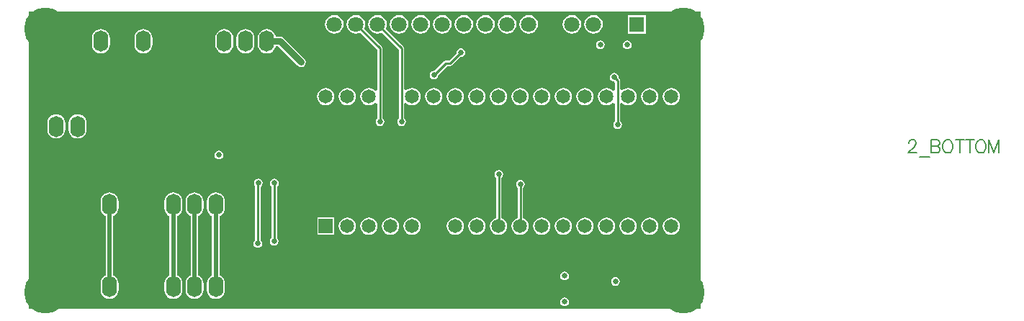
<source format=gbl>
G04 Layer_Physical_Order=2*
G04 Layer_Color=16711680*
%FSLAX43Y43*%
%MOMM*%
G71*
G01*
G75*
%ADD22C,0.508*%
%ADD23C,0.254*%
%ADD27C,0.762*%
%ADD28C,0.178*%
%ADD29C,1.800*%
%ADD30R,1.800X1.800*%
%ADD31C,5.000*%
%ADD32O,1.750X2.500*%
%ADD33R,1.651X1.651*%
%ADD34C,1.651*%
%ADD35C,0.660*%
G36*
X149562Y42598D02*
X70598D01*
Y77562D01*
X149562D01*
Y42598D01*
D02*
G37*
%LPC*%
G36*
X136000Y53352D02*
X135738Y53317D01*
X135494Y53216D01*
X135284Y53056D01*
X135124Y52846D01*
X135023Y52602D01*
X134988Y52340D01*
X135023Y52078D01*
X135124Y51834D01*
X135284Y51624D01*
X135494Y51464D01*
X135738Y51363D01*
X136000Y51328D01*
X136262Y51363D01*
X136506Y51464D01*
X136716Y51624D01*
X136876Y51834D01*
X136977Y52078D01*
X137012Y52340D01*
X136977Y52602D01*
X136876Y52846D01*
X136716Y53056D01*
X136506Y53216D01*
X136262Y53317D01*
X136000Y53352D01*
D02*
G37*
G36*
X138540D02*
X138278Y53317D01*
X138034Y53216D01*
X137824Y53056D01*
X137664Y52846D01*
X137563Y52602D01*
X137528Y52340D01*
X137563Y52078D01*
X137664Y51834D01*
X137824Y51624D01*
X138034Y51464D01*
X138278Y51363D01*
X138540Y51328D01*
X138802Y51363D01*
X139046Y51464D01*
X139256Y51624D01*
X139416Y51834D01*
X139517Y52078D01*
X139552Y52340D01*
X139517Y52602D01*
X139416Y52846D01*
X139256Y53056D01*
X139046Y53216D01*
X138802Y53317D01*
X138540Y53352D01*
D02*
G37*
G36*
X141080D02*
X140818Y53317D01*
X140574Y53216D01*
X140364Y53056D01*
X140204Y52846D01*
X140103Y52602D01*
X140068Y52340D01*
X140103Y52078D01*
X140204Y51834D01*
X140364Y51624D01*
X140574Y51464D01*
X140818Y51363D01*
X141080Y51328D01*
X141342Y51363D01*
X141586Y51464D01*
X141796Y51624D01*
X141956Y51834D01*
X142057Y52078D01*
X142092Y52340D01*
X142057Y52602D01*
X141956Y52846D01*
X141796Y53056D01*
X141586Y53216D01*
X141342Y53317D01*
X141080Y53352D01*
D02*
G37*
G36*
X133460D02*
X133198Y53317D01*
X132954Y53216D01*
X132744Y53056D01*
X132584Y52846D01*
X132483Y52602D01*
X132448Y52340D01*
X132483Y52078D01*
X132584Y51834D01*
X132744Y51624D01*
X132954Y51464D01*
X133198Y51363D01*
X133460Y51328D01*
X133722Y51363D01*
X133966Y51464D01*
X134176Y51624D01*
X134336Y51834D01*
X134437Y52078D01*
X134472Y52340D01*
X134437Y52602D01*
X134336Y52846D01*
X134176Y53056D01*
X133966Y53216D01*
X133722Y53317D01*
X133460Y53352D01*
D02*
G37*
G36*
X125857Y58938D02*
X125659Y58899D01*
X125491Y58786D01*
X125378Y58618D01*
X125339Y58420D01*
X125378Y58222D01*
X125491Y58054D01*
X125546Y58017D01*
Y53304D01*
X125334Y53216D01*
X125124Y53056D01*
X124964Y52846D01*
X124863Y52602D01*
X124828Y52340D01*
X124863Y52078D01*
X124964Y51834D01*
X125124Y51624D01*
X125334Y51464D01*
X125578Y51363D01*
X125840Y51328D01*
X126102Y51363D01*
X126346Y51464D01*
X126556Y51624D01*
X126716Y51834D01*
X126817Y52078D01*
X126852Y52340D01*
X126817Y52602D01*
X126716Y52846D01*
X126556Y53056D01*
X126346Y53216D01*
X126168Y53290D01*
Y58017D01*
X126223Y58054D01*
X126336Y58222D01*
X126375Y58420D01*
X126336Y58618D01*
X126223Y58786D01*
X126055Y58899D01*
X125857Y58938D01*
D02*
G37*
G36*
X128397Y57795D02*
X128199Y57756D01*
X128031Y57643D01*
X127918Y57475D01*
X127879Y57277D01*
X127918Y57079D01*
X128031Y56911D01*
X128086Y56874D01*
Y53304D01*
X127874Y53216D01*
X127664Y53056D01*
X127504Y52846D01*
X127403Y52602D01*
X127368Y52340D01*
X127403Y52078D01*
X127504Y51834D01*
X127664Y51624D01*
X127874Y51464D01*
X128118Y51363D01*
X128380Y51328D01*
X128642Y51363D01*
X128886Y51464D01*
X129096Y51624D01*
X129256Y51834D01*
X129357Y52078D01*
X129392Y52340D01*
X129357Y52602D01*
X129256Y52846D01*
X129096Y53056D01*
X128886Y53216D01*
X128708Y53290D01*
Y56874D01*
X128763Y56911D01*
X128876Y57079D01*
X128915Y57277D01*
X128876Y57475D01*
X128763Y57643D01*
X128595Y57756D01*
X128397Y57795D01*
D02*
G37*
G36*
X130920Y53352D02*
X130658Y53317D01*
X130414Y53216D01*
X130204Y53056D01*
X130044Y52846D01*
X129943Y52602D01*
X129908Y52340D01*
X129943Y52078D01*
X130044Y51834D01*
X130204Y51624D01*
X130414Y51464D01*
X130658Y51363D01*
X130920Y51328D01*
X131182Y51363D01*
X131426Y51464D01*
X131636Y51624D01*
X131796Y51834D01*
X131897Y52078D01*
X131932Y52340D01*
X131897Y52602D01*
X131796Y52846D01*
X131636Y53056D01*
X131426Y53216D01*
X131182Y53317D01*
X130920Y53352D01*
D02*
G37*
G36*
X143620D02*
X143358Y53317D01*
X143114Y53216D01*
X142904Y53056D01*
X142744Y52846D01*
X142643Y52602D01*
X142608Y52340D01*
X142643Y52078D01*
X142744Y51834D01*
X142904Y51624D01*
X143114Y51464D01*
X143358Y51363D01*
X143620Y51328D01*
X143882Y51363D01*
X144126Y51464D01*
X144336Y51624D01*
X144496Y51834D01*
X144597Y52078D01*
X144632Y52340D01*
X144597Y52602D01*
X144496Y52846D01*
X144336Y53056D01*
X144126Y53216D01*
X143882Y53317D01*
X143620Y53352D01*
D02*
G37*
G36*
X76330Y65517D02*
X76055Y65481D01*
X75799Y65375D01*
X75579Y65206D01*
X75410Y64986D01*
X75304Y64730D01*
X75268Y64455D01*
Y63705D01*
X75304Y63430D01*
X75410Y63174D01*
X75579Y62954D01*
X75799Y62785D01*
X76055Y62679D01*
X76330Y62643D01*
X76605Y62679D01*
X76861Y62785D01*
X77081Y62954D01*
X77250Y63174D01*
X77356Y63430D01*
X77392Y63705D01*
Y64455D01*
X77356Y64730D01*
X77250Y64986D01*
X77081Y65206D01*
X76861Y65375D01*
X76605Y65481D01*
X76330Y65517D01*
D02*
G37*
G36*
X105520Y68592D02*
X105258Y68557D01*
X105014Y68456D01*
X104804Y68296D01*
X104644Y68086D01*
X104543Y67842D01*
X104508Y67580D01*
X104543Y67318D01*
X104644Y67074D01*
X104804Y66864D01*
X105014Y66704D01*
X105258Y66603D01*
X105520Y66568D01*
X105782Y66603D01*
X106026Y66704D01*
X106236Y66864D01*
X106396Y67074D01*
X106497Y67318D01*
X106532Y67580D01*
X106497Y67842D01*
X106396Y68086D01*
X106236Y68296D01*
X106026Y68456D01*
X105782Y68557D01*
X105520Y68592D01*
D02*
G37*
G36*
X108060D02*
X107798Y68557D01*
X107554Y68456D01*
X107344Y68296D01*
X107184Y68086D01*
X107083Y67842D01*
X107048Y67580D01*
X107083Y67318D01*
X107184Y67074D01*
X107344Y66864D01*
X107554Y66704D01*
X107798Y66603D01*
X108060Y66568D01*
X108322Y66603D01*
X108566Y66704D01*
X108776Y66864D01*
X108936Y67074D01*
X109037Y67318D01*
X109072Y67580D01*
X109037Y67842D01*
X108936Y68086D01*
X108776Y68296D01*
X108566Y68456D01*
X108322Y68557D01*
X108060Y68592D01*
D02*
G37*
G36*
X73830Y65517D02*
X73555Y65481D01*
X73299Y65375D01*
X73079Y65206D01*
X72910Y64986D01*
X72804Y64730D01*
X72768Y64455D01*
Y63705D01*
X72804Y63430D01*
X72910Y63174D01*
X73079Y62954D01*
X73299Y62785D01*
X73555Y62679D01*
X73830Y62643D01*
X74105Y62679D01*
X74361Y62785D01*
X74581Y62954D01*
X74750Y63174D01*
X74856Y63430D01*
X74892Y63705D01*
Y64455D01*
X74856Y64730D01*
X74750Y64986D01*
X74581Y65206D01*
X74361Y65375D01*
X74105Y65481D01*
X73830Y65517D01*
D02*
G37*
G36*
X146160Y53352D02*
X145898Y53317D01*
X145654Y53216D01*
X145444Y53056D01*
X145284Y52846D01*
X145183Y52602D01*
X145148Y52340D01*
X145183Y52078D01*
X145284Y51834D01*
X145444Y51624D01*
X145654Y51464D01*
X145898Y51363D01*
X146160Y51328D01*
X146422Y51363D01*
X146666Y51464D01*
X146876Y51624D01*
X147036Y51834D01*
X147137Y52078D01*
X147172Y52340D01*
X147137Y52602D01*
X147036Y52846D01*
X146876Y53056D01*
X146666Y53216D01*
X146422Y53317D01*
X146160Y53352D01*
D02*
G37*
G36*
X106523Y53343D02*
X104517D01*
Y51337D01*
X106523D01*
Y53343D01*
D02*
G37*
G36*
X92964Y61224D02*
X92766Y61185D01*
X92598Y61072D01*
X92485Y60904D01*
X92446Y60706D01*
X92485Y60508D01*
X92598Y60340D01*
X92766Y60227D01*
X92964Y60188D01*
X93162Y60227D01*
X93330Y60340D01*
X93443Y60508D01*
X93482Y60706D01*
X93443Y60904D01*
X93330Y61072D01*
X93162Y61185D01*
X92964Y61224D01*
D02*
G37*
G36*
X92590Y56301D02*
X92315Y56265D01*
X92059Y56159D01*
X91839Y55990D01*
X91670Y55770D01*
X91564Y55514D01*
X91528Y55239D01*
Y54489D01*
X91564Y54214D01*
X91670Y53958D01*
X91839Y53738D01*
X92059Y53569D01*
X92140Y53536D01*
Y46540D01*
X92059Y46507D01*
X91839Y46338D01*
X91670Y46118D01*
X91564Y45862D01*
X91528Y45587D01*
Y44837D01*
X91564Y44562D01*
X91670Y44306D01*
X91839Y44086D01*
X92059Y43917D01*
X92315Y43811D01*
X92590Y43775D01*
X92865Y43811D01*
X93121Y43917D01*
X93341Y44086D01*
X93510Y44306D01*
X93616Y44562D01*
X93652Y44837D01*
Y45587D01*
X93616Y45862D01*
X93510Y46118D01*
X93341Y46338D01*
X93121Y46507D01*
X93020Y46548D01*
Y53528D01*
X93121Y53569D01*
X93341Y53738D01*
X93510Y53958D01*
X93616Y54214D01*
X93652Y54489D01*
Y55239D01*
X93616Y55514D01*
X93510Y55770D01*
X93341Y55990D01*
X93121Y56159D01*
X92865Y56265D01*
X92590Y56301D01*
D02*
G37*
G36*
X139573Y46365D02*
X139375Y46326D01*
X139207Y46213D01*
X139094Y46045D01*
X139055Y45847D01*
X139094Y45649D01*
X139207Y45481D01*
X139375Y45368D01*
X139573Y45329D01*
X139771Y45368D01*
X139939Y45481D01*
X140052Y45649D01*
X140091Y45847D01*
X140052Y46045D01*
X139939Y46213D01*
X139771Y46326D01*
X139573Y46365D01*
D02*
G37*
G36*
X133604Y47000D02*
X133406Y46961D01*
X133238Y46848D01*
X133125Y46680D01*
X133086Y46482D01*
X133125Y46284D01*
X133238Y46116D01*
X133406Y46003D01*
X133604Y45964D01*
X133802Y46003D01*
X133970Y46116D01*
X134083Y46284D01*
X134122Y46482D01*
X134083Y46680D01*
X133970Y46848D01*
X133802Y46961D01*
X133604Y47000D01*
D02*
G37*
G36*
X90090Y56301D02*
X89815Y56265D01*
X89559Y56159D01*
X89339Y55990D01*
X89170Y55770D01*
X89064Y55514D01*
X89028Y55239D01*
Y54489D01*
X89064Y54214D01*
X89170Y53958D01*
X89339Y53738D01*
X89559Y53569D01*
X89640Y53536D01*
Y46540D01*
X89559Y46507D01*
X89339Y46338D01*
X89170Y46118D01*
X89064Y45862D01*
X89028Y45587D01*
Y44837D01*
X89064Y44562D01*
X89170Y44306D01*
X89339Y44086D01*
X89559Y43917D01*
X89815Y43811D01*
X90090Y43775D01*
X90365Y43811D01*
X90621Y43917D01*
X90841Y44086D01*
X91010Y44306D01*
X91116Y44562D01*
X91152Y44837D01*
Y45587D01*
X91116Y45862D01*
X91010Y46118D01*
X90841Y46338D01*
X90621Y46507D01*
X90520Y46548D01*
Y53528D01*
X90621Y53569D01*
X90841Y53738D01*
X91010Y53958D01*
X91116Y54214D01*
X91152Y54489D01*
Y55239D01*
X91116Y55514D01*
X91010Y55770D01*
X90841Y55990D01*
X90621Y56159D01*
X90365Y56265D01*
X90090Y56301D01*
D02*
G37*
G36*
X133604Y43952D02*
X133406Y43913D01*
X133238Y43800D01*
X133125Y43632D01*
X133086Y43434D01*
X133125Y43236D01*
X133238Y43068D01*
X133406Y42955D01*
X133604Y42916D01*
X133802Y42955D01*
X133970Y43068D01*
X134083Y43236D01*
X134122Y43434D01*
X134083Y43632D01*
X133970Y43800D01*
X133802Y43913D01*
X133604Y43952D01*
D02*
G37*
G36*
X80090Y56301D02*
X79815Y56265D01*
X79559Y56159D01*
X79339Y55990D01*
X79170Y55770D01*
X79064Y55514D01*
X79028Y55239D01*
Y54489D01*
X79064Y54214D01*
X79170Y53958D01*
X79339Y53738D01*
X79559Y53569D01*
X79650Y53532D01*
Y46544D01*
X79559Y46507D01*
X79339Y46338D01*
X79170Y46118D01*
X79064Y45862D01*
X79028Y45587D01*
Y44837D01*
X79064Y44562D01*
X79170Y44306D01*
X79339Y44086D01*
X79559Y43917D01*
X79815Y43811D01*
X80090Y43775D01*
X80365Y43811D01*
X80621Y43917D01*
X80841Y44086D01*
X81010Y44306D01*
X81116Y44562D01*
X81152Y44837D01*
Y45587D01*
X81116Y45862D01*
X81010Y46118D01*
X80841Y46338D01*
X80621Y46507D01*
X80530Y46544D01*
Y53532D01*
X80621Y53569D01*
X80841Y53738D01*
X81010Y53958D01*
X81116Y54214D01*
X81152Y54489D01*
Y55239D01*
X81116Y55514D01*
X81010Y55770D01*
X80841Y55990D01*
X80621Y56159D01*
X80365Y56265D01*
X80090Y56301D01*
D02*
G37*
G36*
X87590D02*
X87315Y56265D01*
X87059Y56159D01*
X86839Y55990D01*
X86670Y55770D01*
X86564Y55514D01*
X86528Y55239D01*
Y54489D01*
X86564Y54214D01*
X86670Y53958D01*
X86839Y53738D01*
X87059Y53569D01*
X87140Y53536D01*
Y46540D01*
X87059Y46507D01*
X86839Y46338D01*
X86670Y46118D01*
X86564Y45862D01*
X86528Y45587D01*
Y44837D01*
X86564Y44562D01*
X86670Y44306D01*
X86839Y44086D01*
X87059Y43917D01*
X87315Y43811D01*
X87590Y43775D01*
X87865Y43811D01*
X88121Y43917D01*
X88341Y44086D01*
X88510Y44306D01*
X88616Y44562D01*
X88652Y44837D01*
Y45587D01*
X88616Y45862D01*
X88510Y46118D01*
X88341Y46338D01*
X88121Y46507D01*
X88020Y46548D01*
Y53528D01*
X88121Y53569D01*
X88341Y53738D01*
X88510Y53958D01*
X88616Y54214D01*
X88652Y54489D01*
Y55239D01*
X88616Y55514D01*
X88510Y55770D01*
X88341Y55990D01*
X88121Y56159D01*
X87865Y56265D01*
X87590Y56301D01*
D02*
G37*
G36*
X97584Y57922D02*
X97386Y57883D01*
X97218Y57770D01*
X97105Y57602D01*
X97066Y57404D01*
X97105Y57206D01*
X97218Y57038D01*
X97225Y57033D01*
Y50695D01*
X97170Y50658D01*
X97057Y50490D01*
X97018Y50292D01*
X97057Y50094D01*
X97170Y49926D01*
X97338Y49813D01*
X97536Y49774D01*
X97734Y49813D01*
X97902Y49926D01*
X98015Y50094D01*
X98054Y50292D01*
X98015Y50490D01*
X97902Y50658D01*
X97847Y50695D01*
Y56969D01*
X97950Y57038D01*
X98063Y57206D01*
X98102Y57404D01*
X98063Y57602D01*
X97950Y57770D01*
X97782Y57883D01*
X97584Y57922D01*
D02*
G37*
G36*
X115680Y53352D02*
X115418Y53317D01*
X115174Y53216D01*
X114964Y53056D01*
X114804Y52846D01*
X114703Y52602D01*
X114668Y52340D01*
X114703Y52078D01*
X114804Y51834D01*
X114964Y51624D01*
X115174Y51464D01*
X115418Y51363D01*
X115680Y51328D01*
X115942Y51363D01*
X116186Y51464D01*
X116396Y51624D01*
X116556Y51834D01*
X116657Y52078D01*
X116692Y52340D01*
X116657Y52602D01*
X116556Y52846D01*
X116396Y53056D01*
X116186Y53216D01*
X115942Y53317D01*
X115680Y53352D01*
D02*
G37*
G36*
X120760D02*
X120498Y53317D01*
X120254Y53216D01*
X120044Y53056D01*
X119884Y52846D01*
X119783Y52602D01*
X119748Y52340D01*
X119783Y52078D01*
X119884Y51834D01*
X120044Y51624D01*
X120254Y51464D01*
X120498Y51363D01*
X120760Y51328D01*
X121022Y51363D01*
X121266Y51464D01*
X121476Y51624D01*
X121636Y51834D01*
X121737Y52078D01*
X121772Y52340D01*
X121737Y52602D01*
X121636Y52846D01*
X121476Y53056D01*
X121266Y53216D01*
X121022Y53317D01*
X120760Y53352D01*
D02*
G37*
G36*
X123300D02*
X123038Y53317D01*
X122794Y53216D01*
X122584Y53056D01*
X122424Y52846D01*
X122323Y52602D01*
X122288Y52340D01*
X122323Y52078D01*
X122424Y51834D01*
X122584Y51624D01*
X122794Y51464D01*
X123038Y51363D01*
X123300Y51328D01*
X123562Y51363D01*
X123806Y51464D01*
X124016Y51624D01*
X124176Y51834D01*
X124277Y52078D01*
X124312Y52340D01*
X124277Y52602D01*
X124176Y52846D01*
X124016Y53056D01*
X123806Y53216D01*
X123562Y53317D01*
X123300Y53352D01*
D02*
G37*
G36*
X113140D02*
X112878Y53317D01*
X112634Y53216D01*
X112424Y53056D01*
X112264Y52846D01*
X112163Y52602D01*
X112128Y52340D01*
X112163Y52078D01*
X112264Y51834D01*
X112424Y51624D01*
X112634Y51464D01*
X112878Y51363D01*
X113140Y51328D01*
X113402Y51363D01*
X113646Y51464D01*
X113856Y51624D01*
X114016Y51834D01*
X114117Y52078D01*
X114152Y52340D01*
X114117Y52602D01*
X114016Y52846D01*
X113856Y53056D01*
X113646Y53216D01*
X113402Y53317D01*
X113140Y53352D01*
D02*
G37*
G36*
X99480Y57922D02*
X99282Y57883D01*
X99114Y57770D01*
X99001Y57602D01*
X98962Y57404D01*
X99001Y57206D01*
X99114Y57038D01*
X99169Y57001D01*
Y50975D01*
X99075Y50912D01*
X98962Y50744D01*
X98923Y50546D01*
X98962Y50348D01*
X99075Y50180D01*
X99243Y50067D01*
X99441Y50028D01*
X99639Y50067D01*
X99807Y50180D01*
X99920Y50348D01*
X99959Y50546D01*
X99920Y50744D01*
X99807Y50912D01*
X99791Y50923D01*
Y57001D01*
X99846Y57038D01*
X99959Y57206D01*
X99998Y57404D01*
X99959Y57602D01*
X99846Y57770D01*
X99678Y57883D01*
X99480Y57922D01*
D02*
G37*
G36*
X108060Y53352D02*
X107798Y53317D01*
X107554Y53216D01*
X107344Y53056D01*
X107184Y52846D01*
X107083Y52602D01*
X107048Y52340D01*
X107083Y52078D01*
X107184Y51834D01*
X107344Y51624D01*
X107554Y51464D01*
X107798Y51363D01*
X108060Y51328D01*
X108322Y51363D01*
X108566Y51464D01*
X108776Y51624D01*
X108936Y51834D01*
X109037Y52078D01*
X109072Y52340D01*
X109037Y52602D01*
X108936Y52846D01*
X108776Y53056D01*
X108566Y53216D01*
X108322Y53317D01*
X108060Y53352D01*
D02*
G37*
G36*
X110600D02*
X110338Y53317D01*
X110094Y53216D01*
X109884Y53056D01*
X109724Y52846D01*
X109623Y52602D01*
X109588Y52340D01*
X109623Y52078D01*
X109724Y51834D01*
X109884Y51624D01*
X110094Y51464D01*
X110338Y51363D01*
X110600Y51328D01*
X110862Y51363D01*
X111106Y51464D01*
X111316Y51624D01*
X111476Y51834D01*
X111577Y52078D01*
X111612Y52340D01*
X111577Y52602D01*
X111476Y52846D01*
X111316Y53056D01*
X111106Y53216D01*
X110862Y53317D01*
X110600Y53352D01*
D02*
G37*
G36*
X111600Y77167D02*
X111319Y77130D01*
X111056Y77021D01*
X110831Y76849D01*
X110659Y76624D01*
X110550Y76361D01*
X110513Y76080D01*
X110550Y75799D01*
X110659Y75536D01*
X110831Y75311D01*
X111056Y75139D01*
X111319Y75030D01*
X111600Y74993D01*
X111881Y75030D01*
X112114Y75126D01*
X114116Y73124D01*
Y65046D01*
X114061Y65009D01*
X113948Y64841D01*
X113909Y64643D01*
X113948Y64445D01*
X114061Y64277D01*
X114229Y64164D01*
X114427Y64125D01*
X114625Y64164D01*
X114793Y64277D01*
X114906Y64445D01*
X114945Y64643D01*
X114906Y64841D01*
X114793Y65009D01*
X114738Y65046D01*
Y66743D01*
X114880Y66819D01*
X114992Y66843D01*
X115174Y66704D01*
X115418Y66603D01*
X115680Y66568D01*
X115942Y66603D01*
X116186Y66704D01*
X116396Y66864D01*
X116556Y67074D01*
X116657Y67318D01*
X116692Y67580D01*
X116657Y67842D01*
X116556Y68086D01*
X116396Y68296D01*
X116186Y68456D01*
X115942Y68557D01*
X115680Y68592D01*
X115418Y68557D01*
X115174Y68456D01*
X114992Y68317D01*
X114880Y68341D01*
X114738Y68417D01*
Y73253D01*
X114714Y73372D01*
X114647Y73473D01*
X112554Y75566D01*
X112650Y75799D01*
X112687Y76080D01*
X112650Y76361D01*
X112541Y76624D01*
X112369Y76849D01*
X112144Y77021D01*
X111881Y77130D01*
X111600Y77167D01*
D02*
G37*
G36*
X106520D02*
X106239Y77130D01*
X105976Y77021D01*
X105751Y76849D01*
X105579Y76624D01*
X105470Y76361D01*
X105433Y76080D01*
X105470Y75799D01*
X105579Y75536D01*
X105751Y75311D01*
X105976Y75139D01*
X106239Y75030D01*
X106520Y74993D01*
X106801Y75030D01*
X107064Y75139D01*
X107289Y75311D01*
X107461Y75536D01*
X107570Y75799D01*
X107607Y76080D01*
X107570Y76361D01*
X107461Y76624D01*
X107289Y76849D01*
X107064Y77021D01*
X106801Y77130D01*
X106520Y77167D01*
D02*
G37*
G36*
X114140D02*
X113859Y77130D01*
X113596Y77021D01*
X113371Y76849D01*
X113199Y76624D01*
X113090Y76361D01*
X113053Y76080D01*
X113090Y75799D01*
X113199Y75536D01*
X113371Y75311D01*
X113596Y75139D01*
X113859Y75030D01*
X114140Y74993D01*
X114421Y75030D01*
X114684Y75139D01*
X114909Y75311D01*
X115081Y75536D01*
X115190Y75799D01*
X115227Y76080D01*
X115190Y76361D01*
X115081Y76624D01*
X114909Y76849D01*
X114684Y77021D01*
X114421Y77130D01*
X114140Y77167D01*
D02*
G37*
G36*
X116680D02*
X116399Y77130D01*
X116136Y77021D01*
X115911Y76849D01*
X115739Y76624D01*
X115630Y76361D01*
X115593Y76080D01*
X115630Y75799D01*
X115739Y75536D01*
X115911Y75311D01*
X116136Y75139D01*
X116399Y75030D01*
X116680Y74993D01*
X116961Y75030D01*
X117224Y75139D01*
X117449Y75311D01*
X117621Y75536D01*
X117730Y75799D01*
X117767Y76080D01*
X117730Y76361D01*
X117621Y76624D01*
X117449Y76849D01*
X117224Y77021D01*
X116961Y77130D01*
X116680Y77167D01*
D02*
G37*
G36*
X140970Y74178D02*
X140772Y74139D01*
X140604Y74026D01*
X140491Y73858D01*
X140452Y73660D01*
X140491Y73462D01*
X140604Y73294D01*
X140772Y73181D01*
X140970Y73142D01*
X141168Y73181D01*
X141336Y73294D01*
X141449Y73462D01*
X141488Y73660D01*
X141449Y73858D01*
X141336Y74026D01*
X141168Y74139D01*
X140970Y74178D01*
D02*
G37*
G36*
X93580Y75517D02*
X93305Y75481D01*
X93049Y75375D01*
X92829Y75206D01*
X92660Y74986D01*
X92554Y74730D01*
X92518Y74455D01*
Y73705D01*
X92554Y73430D01*
X92660Y73174D01*
X92829Y72954D01*
X93049Y72785D01*
X93305Y72679D01*
X93580Y72643D01*
X93855Y72679D01*
X94111Y72785D01*
X94331Y72954D01*
X94500Y73174D01*
X94606Y73430D01*
X94642Y73705D01*
Y74455D01*
X94606Y74730D01*
X94500Y74986D01*
X94331Y75206D01*
X94111Y75375D01*
X93855Y75481D01*
X93580Y75517D01*
D02*
G37*
G36*
X96080D02*
X95805Y75481D01*
X95549Y75375D01*
X95329Y75206D01*
X95160Y74986D01*
X95054Y74730D01*
X95018Y74455D01*
Y73705D01*
X95054Y73430D01*
X95160Y73174D01*
X95329Y72954D01*
X95549Y72785D01*
X95805Y72679D01*
X96080Y72643D01*
X96355Y72679D01*
X96611Y72785D01*
X96831Y72954D01*
X97000Y73174D01*
X97106Y73430D01*
X97142Y73705D01*
Y74455D01*
X97106Y74730D01*
X97000Y74986D01*
X96831Y75206D01*
X96611Y75375D01*
X96355Y75481D01*
X96080Y75517D01*
D02*
G37*
G36*
X137795Y74178D02*
X137597Y74139D01*
X137429Y74026D01*
X137316Y73858D01*
X137277Y73660D01*
X137316Y73462D01*
X137429Y73294D01*
X137597Y73181D01*
X137795Y73142D01*
X137993Y73181D01*
X138161Y73294D01*
X138274Y73462D01*
X138313Y73660D01*
X138274Y73858D01*
X138161Y74026D01*
X137993Y74139D01*
X137795Y74178D01*
D02*
G37*
G36*
X119220Y77167D02*
X118939Y77130D01*
X118676Y77021D01*
X118451Y76849D01*
X118279Y76624D01*
X118170Y76361D01*
X118133Y76080D01*
X118170Y75799D01*
X118279Y75536D01*
X118451Y75311D01*
X118676Y75139D01*
X118939Y75030D01*
X119220Y74993D01*
X119501Y75030D01*
X119764Y75139D01*
X119989Y75311D01*
X120161Y75536D01*
X120270Y75799D01*
X120307Y76080D01*
X120270Y76361D01*
X120161Y76624D01*
X119989Y76849D01*
X119764Y77021D01*
X119501Y77130D01*
X119220Y77167D01*
D02*
G37*
G36*
X134460D02*
X134179Y77130D01*
X133916Y77021D01*
X133691Y76849D01*
X133519Y76624D01*
X133410Y76361D01*
X133373Y76080D01*
X133410Y75799D01*
X133519Y75536D01*
X133691Y75311D01*
X133916Y75139D01*
X134179Y75030D01*
X134460Y74993D01*
X134741Y75030D01*
X135004Y75139D01*
X135229Y75311D01*
X135401Y75536D01*
X135510Y75799D01*
X135547Y76080D01*
X135510Y76361D01*
X135401Y76624D01*
X135229Y76849D01*
X135004Y77021D01*
X134741Y77130D01*
X134460Y77167D01*
D02*
G37*
G36*
X137000D02*
X136719Y77130D01*
X136456Y77021D01*
X136231Y76849D01*
X136059Y76624D01*
X135950Y76361D01*
X135913Y76080D01*
X135950Y75799D01*
X136059Y75536D01*
X136231Y75311D01*
X136456Y75139D01*
X136719Y75030D01*
X137000Y74993D01*
X137281Y75030D01*
X137544Y75139D01*
X137769Y75311D01*
X137941Y75536D01*
X138050Y75799D01*
X138087Y76080D01*
X138050Y76361D01*
X137941Y76624D01*
X137769Y76849D01*
X137544Y77021D01*
X137281Y77130D01*
X137000Y77167D01*
D02*
G37*
G36*
X143158Y77158D02*
X141002D01*
Y75002D01*
X143158D01*
Y77158D01*
D02*
G37*
G36*
X129380Y77167D02*
X129099Y77130D01*
X128836Y77021D01*
X128611Y76849D01*
X128439Y76624D01*
X128330Y76361D01*
X128293Y76080D01*
X128330Y75799D01*
X128439Y75536D01*
X128611Y75311D01*
X128836Y75139D01*
X129099Y75030D01*
X129380Y74993D01*
X129661Y75030D01*
X129924Y75139D01*
X130149Y75311D01*
X130321Y75536D01*
X130430Y75799D01*
X130467Y76080D01*
X130430Y76361D01*
X130321Y76624D01*
X130149Y76849D01*
X129924Y77021D01*
X129661Y77130D01*
X129380Y77167D01*
D02*
G37*
G36*
X121760D02*
X121479Y77130D01*
X121216Y77021D01*
X120991Y76849D01*
X120819Y76624D01*
X120710Y76361D01*
X120673Y76080D01*
X120710Y75799D01*
X120819Y75536D01*
X120991Y75311D01*
X121216Y75139D01*
X121479Y75030D01*
X121760Y74993D01*
X122041Y75030D01*
X122304Y75139D01*
X122529Y75311D01*
X122701Y75536D01*
X122810Y75799D01*
X122847Y76080D01*
X122810Y76361D01*
X122701Y76624D01*
X122529Y76849D01*
X122304Y77021D01*
X122041Y77130D01*
X121760Y77167D01*
D02*
G37*
G36*
X124300D02*
X124019Y77130D01*
X123756Y77021D01*
X123531Y76849D01*
X123359Y76624D01*
X123250Y76361D01*
X123213Y76080D01*
X123250Y75799D01*
X123359Y75536D01*
X123531Y75311D01*
X123756Y75139D01*
X124019Y75030D01*
X124300Y74993D01*
X124581Y75030D01*
X124844Y75139D01*
X125069Y75311D01*
X125241Y75536D01*
X125350Y75799D01*
X125387Y76080D01*
X125350Y76361D01*
X125241Y76624D01*
X125069Y76849D01*
X124844Y77021D01*
X124581Y77130D01*
X124300Y77167D01*
D02*
G37*
G36*
X126840D02*
X126559Y77130D01*
X126296Y77021D01*
X126071Y76849D01*
X125899Y76624D01*
X125790Y76361D01*
X125753Y76080D01*
X125790Y75799D01*
X125899Y75536D01*
X126071Y75311D01*
X126296Y75139D01*
X126559Y75030D01*
X126840Y74993D01*
X127121Y75030D01*
X127384Y75139D01*
X127609Y75311D01*
X127781Y75536D01*
X127890Y75799D01*
X127927Y76080D01*
X127890Y76361D01*
X127781Y76624D01*
X127609Y76849D01*
X127384Y77021D01*
X127121Y77130D01*
X126840Y77167D01*
D02*
G37*
G36*
X84080Y75517D02*
X83805Y75481D01*
X83549Y75375D01*
X83329Y75206D01*
X83160Y74986D01*
X83054Y74730D01*
X83018Y74455D01*
Y73705D01*
X83054Y73430D01*
X83160Y73174D01*
X83329Y72954D01*
X83549Y72785D01*
X83805Y72679D01*
X84080Y72643D01*
X84355Y72679D01*
X84611Y72785D01*
X84831Y72954D01*
X85000Y73174D01*
X85106Y73430D01*
X85142Y73705D01*
Y74455D01*
X85106Y74730D01*
X85000Y74986D01*
X84831Y75206D01*
X84611Y75375D01*
X84355Y75481D01*
X84080Y75517D01*
D02*
G37*
G36*
X128380Y68592D02*
X128118Y68557D01*
X127874Y68456D01*
X127664Y68296D01*
X127504Y68086D01*
X127403Y67842D01*
X127368Y67580D01*
X127403Y67318D01*
X127504Y67074D01*
X127664Y66864D01*
X127874Y66704D01*
X128118Y66603D01*
X128380Y66568D01*
X128642Y66603D01*
X128886Y66704D01*
X129096Y66864D01*
X129256Y67074D01*
X129357Y67318D01*
X129392Y67580D01*
X129357Y67842D01*
X129256Y68086D01*
X129096Y68296D01*
X128886Y68456D01*
X128642Y68557D01*
X128380Y68592D01*
D02*
G37*
G36*
X130920D02*
X130658Y68557D01*
X130414Y68456D01*
X130204Y68296D01*
X130044Y68086D01*
X129943Y67842D01*
X129908Y67580D01*
X129943Y67318D01*
X130044Y67074D01*
X130204Y66864D01*
X130414Y66704D01*
X130658Y66603D01*
X130920Y66568D01*
X131182Y66603D01*
X131426Y66704D01*
X131636Y66864D01*
X131796Y67074D01*
X131897Y67318D01*
X131932Y67580D01*
X131897Y67842D01*
X131796Y68086D01*
X131636Y68296D01*
X131426Y68456D01*
X131182Y68557D01*
X130920Y68592D01*
D02*
G37*
G36*
X133460D02*
X133198Y68557D01*
X132954Y68456D01*
X132744Y68296D01*
X132584Y68086D01*
X132483Y67842D01*
X132448Y67580D01*
X132483Y67318D01*
X132584Y67074D01*
X132744Y66864D01*
X132954Y66704D01*
X133198Y66603D01*
X133460Y66568D01*
X133722Y66603D01*
X133966Y66704D01*
X134176Y66864D01*
X134336Y67074D01*
X134437Y67318D01*
X134472Y67580D01*
X134437Y67842D01*
X134336Y68086D01*
X134176Y68296D01*
X133966Y68456D01*
X133722Y68557D01*
X133460Y68592D01*
D02*
G37*
G36*
X125840D02*
X125578Y68557D01*
X125334Y68456D01*
X125124Y68296D01*
X124964Y68086D01*
X124863Y67842D01*
X124828Y67580D01*
X124863Y67318D01*
X124964Y67074D01*
X125124Y66864D01*
X125334Y66704D01*
X125578Y66603D01*
X125840Y66568D01*
X126102Y66603D01*
X126346Y66704D01*
X126556Y66864D01*
X126716Y67074D01*
X126817Y67318D01*
X126852Y67580D01*
X126817Y67842D01*
X126716Y68086D01*
X126556Y68296D01*
X126346Y68456D01*
X126102Y68557D01*
X125840Y68592D01*
D02*
G37*
G36*
X118220D02*
X117958Y68557D01*
X117714Y68456D01*
X117504Y68296D01*
X117344Y68086D01*
X117243Y67842D01*
X117208Y67580D01*
X117243Y67318D01*
X117344Y67074D01*
X117504Y66864D01*
X117714Y66704D01*
X117958Y66603D01*
X118220Y66568D01*
X118482Y66603D01*
X118726Y66704D01*
X118936Y66864D01*
X119096Y67074D01*
X119197Y67318D01*
X119232Y67580D01*
X119197Y67842D01*
X119096Y68086D01*
X118936Y68296D01*
X118726Y68456D01*
X118482Y68557D01*
X118220Y68592D01*
D02*
G37*
G36*
X120760D02*
X120498Y68557D01*
X120254Y68456D01*
X120044Y68296D01*
X119884Y68086D01*
X119783Y67842D01*
X119748Y67580D01*
X119783Y67318D01*
X119884Y67074D01*
X120044Y66864D01*
X120254Y66704D01*
X120498Y66603D01*
X120760Y66568D01*
X121022Y66603D01*
X121266Y66704D01*
X121476Y66864D01*
X121636Y67074D01*
X121737Y67318D01*
X121772Y67580D01*
X121737Y67842D01*
X121636Y68086D01*
X121476Y68296D01*
X121266Y68456D01*
X121022Y68557D01*
X120760Y68592D01*
D02*
G37*
G36*
X123300D02*
X123038Y68557D01*
X122794Y68456D01*
X122584Y68296D01*
X122424Y68086D01*
X122323Y67842D01*
X122288Y67580D01*
X122323Y67318D01*
X122424Y67074D01*
X122584Y66864D01*
X122794Y66704D01*
X123038Y66603D01*
X123300Y66568D01*
X123562Y66603D01*
X123806Y66704D01*
X124016Y66864D01*
X124176Y67074D01*
X124277Y67318D01*
X124312Y67580D01*
X124277Y67842D01*
X124176Y68086D01*
X124016Y68296D01*
X123806Y68456D01*
X123562Y68557D01*
X123300Y68592D01*
D02*
G37*
G36*
X136000D02*
X135738Y68557D01*
X135494Y68456D01*
X135284Y68296D01*
X135124Y68086D01*
X135023Y67842D01*
X134988Y67580D01*
X135023Y67318D01*
X135124Y67074D01*
X135284Y66864D01*
X135494Y66704D01*
X135738Y66603D01*
X136000Y66568D01*
X136262Y66603D01*
X136506Y66704D01*
X136716Y66864D01*
X136876Y67074D01*
X136977Y67318D01*
X137012Y67580D01*
X136977Y67842D01*
X136876Y68086D01*
X136716Y68296D01*
X136506Y68456D01*
X136262Y68557D01*
X136000Y68592D01*
D02*
G37*
G36*
X98580Y75517D02*
X98305Y75481D01*
X98049Y75375D01*
X97829Y75206D01*
X97660Y74986D01*
X97554Y74730D01*
X97518Y74455D01*
Y73705D01*
X97554Y73430D01*
X97660Y73174D01*
X97829Y72954D01*
X98049Y72785D01*
X98305Y72679D01*
X98580Y72643D01*
X98855Y72679D01*
X99111Y72785D01*
X99331Y72954D01*
X99500Y73174D01*
X99606Y73430D01*
X99616Y73510D01*
X99928D01*
X102213Y71225D01*
X102398Y71102D01*
X102616Y71058D01*
X102834Y71102D01*
X103019Y71225D01*
X103142Y71410D01*
X103186Y71628D01*
X103142Y71846D01*
X103019Y72031D01*
X100567Y74483D01*
X100382Y74606D01*
X100164Y74650D01*
X99616D01*
X99606Y74730D01*
X99500Y74986D01*
X99331Y75206D01*
X99111Y75375D01*
X98855Y75481D01*
X98580Y75517D01*
D02*
G37*
G36*
X121412Y73289D02*
X121214Y73250D01*
X121046Y73137D01*
X120933Y72969D01*
X120894Y72771D01*
X120907Y72706D01*
X120013Y71812D01*
X119634D01*
X119515Y71788D01*
X119414Y71721D01*
X118302Y70609D01*
X118237Y70622D01*
X118039Y70583D01*
X117871Y70470D01*
X117758Y70302D01*
X117719Y70104D01*
X117758Y69906D01*
X117871Y69738D01*
X118039Y69625D01*
X118237Y69586D01*
X118435Y69625D01*
X118603Y69738D01*
X118716Y69906D01*
X118755Y70104D01*
X118742Y70169D01*
X119763Y71190D01*
X120142D01*
X120261Y71214D01*
X120362Y71281D01*
X121347Y72266D01*
X121412Y72253D01*
X121610Y72292D01*
X121778Y72405D01*
X121891Y72573D01*
X121930Y72771D01*
X121891Y72969D01*
X121778Y73137D01*
X121610Y73250D01*
X121412Y73289D01*
D02*
G37*
G36*
X79080Y75517D02*
X78805Y75481D01*
X78549Y75375D01*
X78329Y75206D01*
X78160Y74986D01*
X78054Y74730D01*
X78018Y74455D01*
Y73705D01*
X78054Y73430D01*
X78160Y73174D01*
X78329Y72954D01*
X78549Y72785D01*
X78805Y72679D01*
X79080Y72643D01*
X79355Y72679D01*
X79611Y72785D01*
X79831Y72954D01*
X80000Y73174D01*
X80106Y73430D01*
X80142Y73705D01*
Y74455D01*
X80106Y74730D01*
X80000Y74986D01*
X79831Y75206D01*
X79611Y75375D01*
X79355Y75481D01*
X79080Y75517D01*
D02*
G37*
G36*
X139446Y70368D02*
X139248Y70329D01*
X139080Y70216D01*
X138967Y70048D01*
X138928Y69850D01*
X138967Y69652D01*
X139080Y69484D01*
X139248Y69371D01*
X139446Y69332D01*
X139516Y69087D01*
Y68373D01*
X139262Y68287D01*
X139256Y68296D01*
X139046Y68456D01*
X138802Y68557D01*
X138540Y68592D01*
X138278Y68557D01*
X138034Y68456D01*
X137824Y68296D01*
X137664Y68086D01*
X137563Y67842D01*
X137528Y67580D01*
X137563Y67318D01*
X137664Y67074D01*
X137824Y66864D01*
X138034Y66704D01*
X138278Y66603D01*
X138540Y66568D01*
X138802Y66603D01*
X139046Y66704D01*
X139256Y66864D01*
X139262Y66873D01*
X139516Y66787D01*
Y64665D01*
X139461Y64628D01*
X139348Y64460D01*
X139309Y64262D01*
X139348Y64064D01*
X139461Y63896D01*
X139629Y63783D01*
X139827Y63744D01*
X140025Y63783D01*
X140193Y63896D01*
X140306Y64064D01*
X140345Y64262D01*
X140306Y64460D01*
X140193Y64628D01*
X140138Y64665D01*
Y66743D01*
X140280Y66819D01*
X140392Y66843D01*
X140574Y66704D01*
X140818Y66603D01*
X141080Y66568D01*
X141342Y66603D01*
X141586Y66704D01*
X141796Y66864D01*
X141956Y67074D01*
X142057Y67318D01*
X142092Y67580D01*
X142057Y67842D01*
X141956Y68086D01*
X141796Y68296D01*
X141586Y68456D01*
X141342Y68557D01*
X141080Y68592D01*
X140818Y68557D01*
X140574Y68456D01*
X140392Y68317D01*
X140280Y68341D01*
X140138Y68417D01*
Y69469D01*
X140114Y69588D01*
X140047Y69689D01*
X139951Y69785D01*
X139964Y69850D01*
X139925Y70048D01*
X139812Y70216D01*
X139644Y70329D01*
X139446Y70368D01*
D02*
G37*
G36*
X143620Y68592D02*
X143358Y68557D01*
X143114Y68456D01*
X142904Y68296D01*
X142744Y68086D01*
X142643Y67842D01*
X142608Y67580D01*
X142643Y67318D01*
X142744Y67074D01*
X142904Y66864D01*
X143114Y66704D01*
X143358Y66603D01*
X143620Y66568D01*
X143882Y66603D01*
X144126Y66704D01*
X144336Y66864D01*
X144496Y67074D01*
X144597Y67318D01*
X144632Y67580D01*
X144597Y67842D01*
X144496Y68086D01*
X144336Y68296D01*
X144126Y68456D01*
X143882Y68557D01*
X143620Y68592D01*
D02*
G37*
G36*
X146160D02*
X145898Y68557D01*
X145654Y68456D01*
X145444Y68296D01*
X145284Y68086D01*
X145183Y67842D01*
X145148Y67580D01*
X145183Y67318D01*
X145284Y67074D01*
X145444Y66864D01*
X145654Y66704D01*
X145898Y66603D01*
X146160Y66568D01*
X146422Y66603D01*
X146666Y66704D01*
X146876Y66864D01*
X147036Y67074D01*
X147137Y67318D01*
X147172Y67580D01*
X147137Y67842D01*
X147036Y68086D01*
X146876Y68296D01*
X146666Y68456D01*
X146422Y68557D01*
X146160Y68592D01*
D02*
G37*
G36*
X109060Y77167D02*
X108779Y77130D01*
X108516Y77021D01*
X108291Y76849D01*
X108119Y76624D01*
X108010Y76361D01*
X107973Y76080D01*
X108010Y75799D01*
X108119Y75536D01*
X108291Y75311D01*
X108516Y75139D01*
X108779Y75030D01*
X109060Y74993D01*
X109341Y75030D01*
X109574Y75126D01*
X111576Y73124D01*
Y68373D01*
X111322Y68287D01*
X111316Y68296D01*
X111106Y68456D01*
X110862Y68557D01*
X110600Y68592D01*
X110338Y68557D01*
X110094Y68456D01*
X109884Y68296D01*
X109724Y68086D01*
X109623Y67842D01*
X109588Y67580D01*
X109623Y67318D01*
X109724Y67074D01*
X109884Y66864D01*
X110094Y66704D01*
X110338Y66603D01*
X110600Y66568D01*
X110862Y66603D01*
X111106Y66704D01*
X111316Y66864D01*
X111322Y66873D01*
X111576Y66787D01*
Y65046D01*
X111521Y65009D01*
X111408Y64841D01*
X111369Y64643D01*
X111408Y64445D01*
X111521Y64277D01*
X111689Y64164D01*
X111887Y64125D01*
X112085Y64164D01*
X112253Y64277D01*
X112366Y64445D01*
X112405Y64643D01*
X112366Y64841D01*
X112253Y65009D01*
X112198Y65046D01*
Y73253D01*
X112174Y73372D01*
X112107Y73473D01*
X110014Y75566D01*
X110110Y75799D01*
X110147Y76080D01*
X110110Y76361D01*
X110001Y76624D01*
X109829Y76849D01*
X109604Y77021D01*
X109341Y77130D01*
X109060Y77167D01*
D02*
G37*
%LPD*%
D22*
X92580Y45212D02*
Y54864D01*
X87580Y45212D02*
Y54864D01*
X90080Y45212D02*
Y54864D01*
X82580Y46080D02*
Y55080D01*
X80090Y45212D02*
Y54864D01*
D23*
X128397Y52357D02*
Y57277D01*
X125857Y52357D02*
Y58420D01*
X139827Y64262D02*
Y69469D01*
X139446Y69850D02*
X139827Y69469D01*
X120142Y71501D02*
X121412Y72771D01*
X119634Y71501D02*
X120142D01*
X118237Y70104D02*
X119634Y71501D01*
X114427Y64643D02*
Y73253D01*
X111887Y64643D02*
Y73253D01*
X99480Y50585D02*
Y57404D01*
X99441Y50546D02*
X99480Y50585D01*
X97536Y57356D02*
X97584Y57404D01*
X97536Y50292D02*
Y57356D01*
X128380Y52340D02*
X128397Y52357D01*
X125840Y52340D02*
X125857Y52357D01*
X109060Y76080D02*
X111887Y73253D01*
X111600Y76080D02*
X114427Y73253D01*
D27*
X98580Y74080D02*
X100164D01*
X102616Y71628D01*
D28*
X174063Y62121D02*
Y62193D01*
X174135Y62339D01*
X174208Y62411D01*
X174353Y62484D01*
X174643D01*
X174788Y62411D01*
X174861Y62339D01*
X174933Y62193D01*
Y62048D01*
X174861Y61903D01*
X174716Y61686D01*
X173990Y60960D01*
X175006D01*
X175347Y60452D02*
X176508D01*
X176704Y62484D02*
Y60960D01*
Y62484D02*
X177357D01*
X177574Y62411D01*
X177647Y62339D01*
X177719Y62193D01*
Y62048D01*
X177647Y61903D01*
X177574Y61831D01*
X177357Y61758D01*
X176704D02*
X177357D01*
X177574Y61686D01*
X177647Y61613D01*
X177719Y61468D01*
Y61250D01*
X177647Y61105D01*
X177574Y61033D01*
X177357Y60960D01*
X176704D01*
X178496Y62484D02*
X178351Y62411D01*
X178206Y62266D01*
X178133Y62121D01*
X178060Y61903D01*
Y61540D01*
X178133Y61323D01*
X178206Y61178D01*
X178351Y61033D01*
X178496Y60960D01*
X178786D01*
X178931Y61033D01*
X179076Y61178D01*
X179149Y61323D01*
X179221Y61540D01*
Y61903D01*
X179149Y62121D01*
X179076Y62266D01*
X178931Y62411D01*
X178786Y62484D01*
X178496D01*
X180085D02*
Y60960D01*
X179577Y62484D02*
X180593D01*
X181282D02*
Y60960D01*
X180774Y62484D02*
X181790D01*
X182406D02*
X182261Y62411D01*
X182116Y62266D01*
X182044Y62121D01*
X181971Y61903D01*
Y61540D01*
X182044Y61323D01*
X182116Y61178D01*
X182261Y61033D01*
X182406Y60960D01*
X182697D01*
X182842Y61033D01*
X182987Y61178D01*
X183059Y61323D01*
X183132Y61540D01*
Y61903D01*
X183059Y62121D01*
X182987Y62266D01*
X182842Y62411D01*
X182697Y62484D01*
X182406D01*
X183488D02*
Y60960D01*
Y62484D02*
X184068Y60960D01*
X184648Y62484D02*
X184068Y60960D01*
X184648Y62484D02*
Y60960D01*
D29*
X103980Y76080D02*
D03*
X106520D02*
D03*
X109060D02*
D03*
X111600D02*
D03*
X114140D02*
D03*
X116680D02*
D03*
X119220D02*
D03*
X121760D02*
D03*
X124300D02*
D03*
X126840D02*
D03*
X129380D02*
D03*
X131920D02*
D03*
X134460D02*
D03*
X137000D02*
D03*
X139540D02*
D03*
D30*
X142080D02*
D03*
D31*
X147580Y75580D02*
D03*
Y44580D02*
D03*
X72580D02*
D03*
Y75580D02*
D03*
D32*
X91080Y74080D02*
D03*
X96080D02*
D03*
X98580D02*
D03*
X93580D02*
D03*
X76330Y64080D02*
D03*
X73830D02*
D03*
X81580Y74080D02*
D03*
X84080D02*
D03*
X79080D02*
D03*
X80090Y45212D02*
D03*
X82590D02*
D03*
X85090D02*
D03*
X90090D02*
D03*
X92590D02*
D03*
X87590D02*
D03*
X80090Y54864D02*
D03*
X82590D02*
D03*
X85090D02*
D03*
X90090D02*
D03*
X92590D02*
D03*
X87590D02*
D03*
D33*
X105520Y52340D02*
D03*
D34*
X108060D02*
D03*
X110600D02*
D03*
X113140D02*
D03*
X115680D02*
D03*
X118220D02*
D03*
X120760D02*
D03*
X123300D02*
D03*
X125840D02*
D03*
X128380D02*
D03*
X130920D02*
D03*
X133460D02*
D03*
X136000D02*
D03*
X138540D02*
D03*
X141080D02*
D03*
X143620D02*
D03*
X146160D02*
D03*
Y67580D02*
D03*
X143620D02*
D03*
X141080D02*
D03*
X138540D02*
D03*
X136000D02*
D03*
X133460D02*
D03*
X130920D02*
D03*
X128380D02*
D03*
X125840D02*
D03*
X123300D02*
D03*
X120760D02*
D03*
X118220D02*
D03*
X115680D02*
D03*
X113140D02*
D03*
X110600D02*
D03*
X108060D02*
D03*
X105520D02*
D03*
D35*
X133604Y46482D02*
D03*
Y43434D02*
D03*
X140970Y73660D02*
D03*
X139540D02*
D03*
X137795D02*
D03*
X78080Y67080D02*
D03*
X145580Y62580D02*
D03*
X135580D02*
D03*
X130580D02*
D03*
X125580D02*
D03*
X120580D02*
D03*
X135580Y57580D02*
D03*
X130580D02*
D03*
X115580D02*
D03*
X110580D02*
D03*
Y62580D02*
D03*
X105580D02*
D03*
Y57580D02*
D03*
X141080Y55080D02*
D03*
X123317Y46228D02*
D03*
X103505Y50292D02*
D03*
X123317Y50038D02*
D03*
X119456Y69240D02*
D03*
X124080Y73080D02*
D03*
X110580D02*
D03*
X95580Y43580D02*
D03*
X71882Y50673D02*
D03*
X78080Y43580D02*
D03*
X71580Y70080D02*
D03*
Y65080D02*
D03*
X71628Y59436D02*
D03*
X148580Y49080D02*
D03*
Y55080D02*
D03*
Y65080D02*
D03*
Y60080D02*
D03*
X139573Y45847D02*
D03*
X139827Y64262D02*
D03*
X139446Y69850D02*
D03*
X118237Y70104D02*
D03*
X121412Y72771D02*
D03*
X114427Y64643D02*
D03*
X111887D02*
D03*
X98425Y66167D02*
D03*
X99441Y50546D02*
D03*
X128397Y57277D02*
D03*
X125857Y58420D02*
D03*
X139557Y43831D02*
D03*
X124206Y43688D02*
D03*
X119380D02*
D03*
X73279Y54704D02*
D03*
X130355Y70398D02*
D03*
X127775Y71628D02*
D03*
X99480Y57404D02*
D03*
X97584D02*
D03*
X97536Y50292D02*
D03*
X91186Y64262D02*
D03*
X88138D02*
D03*
X85090D02*
D03*
X81580Y65324D02*
D03*
X85080Y65288D02*
D03*
X94080Y65378D02*
D03*
X97080Y65330D02*
D03*
X102616Y71628D02*
D03*
X92964Y60706D02*
D03*
Y59436D02*
D03*
M02*

</source>
